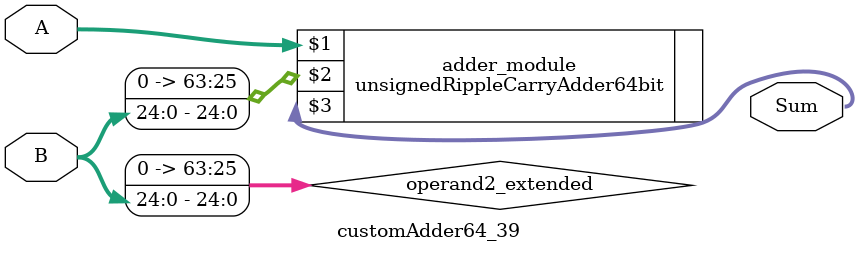
<source format=v>
module customAdder64_39(
                        input [63 : 0] A,
                        input [24 : 0] B,
                        
                        output [64 : 0] Sum
                );

        wire [63 : 0] operand2_extended;
        
        assign operand2_extended =  {39'b0, B};
        
        unsignedRippleCarryAdder64bit adder_module(
            A,
            operand2_extended,
            Sum
        );
        
        endmodule
        
</source>
